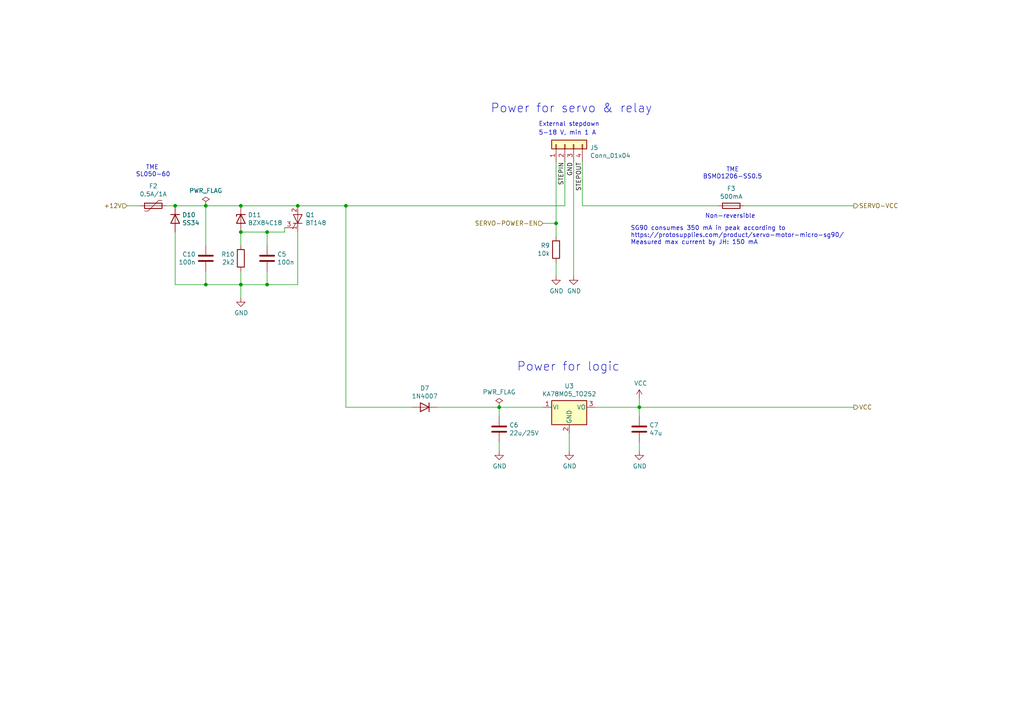
<source format=kicad_sch>
(kicad_sch (version 20230121) (generator eeschema)
  (paper "A4")
  (title_block (title "hWexla - power") (company "Model Railroader Club Brno I – KMŽ Brno I – https://kmz-brno.cz/") (comment 1 "Jan Horáček") (comment 2 "https://github.com/kmzbrnoI/hwexla") (comment 3 "https://creativecommons.org/licenses/by-sa/4.0/") (comment 4 "Released under the Creative Commons Attribution-ShareAlike 4.0 License"))
  (lib_symbols
    (symbol "Connector_Generic:Conn_01x04" (pin_names (offset 1.016) hide)
      (property "Reference" "J" (at 0 5.08 0))
      (property "Value" "Conn_01x04" (at 0 -7.62 0))
      (symbol "Conn_01x04_1_1"
        (rectangle (start -1.27 -4.953) (end 0 -5.207) (stroke (width 0.1524)))
        (rectangle (start -1.27 -2.413) (end 0 -2.667) (stroke (width 0.1524)))
        (rectangle (start -1.27 0.127) (end 0 -0.127) (stroke (width 0.1524)))
        (rectangle (start -1.27 2.667) (end 0 2.413) (stroke (width 0.1524)))
        (rectangle (start -1.27 3.81) (end 1.27 -6.35) (stroke (width 0.254)) (fill (type background)))
        (pin passive line (at -5.08 2.54 0) (length 3.81) (name "Pin_1") (number "1"))
        (pin passive line (at -5.08 0 0) (length 3.81) (name "Pin_2") (number "2"))
        (pin passive line (at -5.08 -2.54 0) (length 3.81) (name "Pin_3") (number "3"))
        (pin passive line (at -5.08 -5.08 0) (length 3.81) (name "Pin_4") (number "4"))
      )
    )
    (symbol "Device:C" (pin_numbers hide) (pin_names (offset 0.254))
      (property "Reference" "C" (at 0.635 2.54 0))
      (property "Value" "C" (at 0.635 -2.54 0))
      (symbol "C_0_1"
        (polyline (pts (xy -2.032 -0.762) (xy 2.032 -0.762)) (stroke (width 0.508)))
        (polyline (pts (xy -2.032 0.762) (xy 2.032 0.762)) (stroke (width 0.508)))
      )
      (symbol "C_1_1"
        (pin passive line (at 0 3.81 270) (length 2.794) (name "~") (number "1"))
        (pin passive line (at 0 -3.81 90) (length 2.794) (name "~") (number "2"))
      )
    )
    (symbol "Device:D" (pin_numbers hide) (pin_names (offset 1.016) hide)
      (property "Reference" "D" (at 0 2.54 0))
      (property "Value" "D" (at 0 -2.54 0))
      (symbol "D_0_1"
        (polyline (pts (xy -1.27 1.27) (xy -1.27 -1.27)) (stroke (width 0.254)))
        (polyline (pts (xy 1.27 0) (xy -1.27 0)))
        (polyline (pts (xy 1.27 1.27) (xy 1.27 -1.27) (xy -1.27 0) (xy 1.27 1.27)) (stroke (width 0.254)))
      )
      (symbol "D_1_1"
        (pin passive line (at -3.81 0 0) (length 2.54) (name "K") (number "1"))
        (pin passive line (at 3.81 0 180) (length 2.54) (name "A") (number "2"))
      )
    )
    (symbol "Device:Fuse" (pin_numbers hide) (pin_names (offset 0))
      (property "Reference" "F" (at 2.032 0 90))
      (property "Value" "Fuse" (at -1.905 0 90))
      (symbol "Fuse_0_1"
        (rectangle (start -0.762 -2.54) (end 0.762 2.54) (stroke (width 0.254)))
        (polyline (pts (xy 0 2.54) (xy 0 -2.54)))
      )
      (symbol "Fuse_1_1"
        (pin passive line (at 0 3.81 270) (length 1.27) (name "~") (number "1"))
        (pin passive line (at 0 -3.81 90) (length 1.27) (name "~") (number "2"))
      )
    )
    (symbol "Device:Polyfuse" (pin_numbers hide) (pin_names (offset 0))
      (property "Reference" "F" (at -2.54 0 90))
      (property "Value" "Polyfuse" (at 2.54 0 90))
      (symbol "Polyfuse_0_1"
        (rectangle (start -0.762 2.54) (end 0.762 -2.54) (stroke (width 0.254)))
        (polyline (pts (xy 0 2.54) (xy 0 -2.54)))
        (polyline (pts (xy -1.524 2.54) (xy -1.524 1.524) (xy 1.524 -1.524) (xy 1.524 -2.54)))
      )
      (symbol "Polyfuse_1_1"
        (pin passive line (at 0 3.81 270) (length 1.27) (name "~") (number "1"))
        (pin passive line (at 0 -3.81 90) (length 1.27) (name "~") (number "2"))
      )
    )
    (symbol "Device:Q_SCR_KAG" (pin_names (offset 0) hide)
      (property "Reference" "D" (at 1.905 0.635 0))
      (property "Value" "Q_SCR_KAG" (at 1.905 -1.27 0))
      (symbol "Q_SCR_KAG_0_1"
        (polyline (pts (xy -1.27 -2.54) (xy -0.635 -1.27)))
        (polyline (pts (xy -1.27 -1.27) (xy 1.27 -1.27)) (stroke (width 0.2032)))
        (polyline (pts (xy 0 -2.54) (xy 0 2.54)))
        (polyline (pts (xy -1.27 1.27) (xy 1.27 1.27) (xy 0 -1.27) (xy -1.27 1.27)) (stroke (width 0.2032)))
      )
      (symbol "Q_SCR_KAG_1_1"
        (pin passive line (at 0 -3.81 90) (length 2.54) (name "K") (number "1"))
        (pin passive line (at 0 3.81 270) (length 2.54) (name "A") (number "2"))
        (pin input line (at -3.81 -2.54 0) (length 2.54) (name "G") (number "3"))
      )
    )
    (symbol "Device:R" (pin_numbers hide) (pin_names (offset 0))
      (property "Reference" "R" (at 2.032 0 90))
      (property "Value" "R" (at 0 0 90))
      (symbol "R_0_1"
        (rectangle (start -1.016 -2.54) (end 1.016 2.54) (stroke (width 0.254)))
      )
      (symbol "R_1_1"
        (pin passive line (at 0 3.81 270) (length 1.27) (name "~") (number "1"))
        (pin passive line (at 0 -3.81 90) (length 1.27) (name "~") (number "2"))
      )
    )
    (symbol "Diode:1N4007" (pin_numbers hide) (pin_names hide)
      (property "Reference" "D" (at 0 2.54 0))
      (property "Value" "1N4007" (at 0 -2.54 0))
      (symbol "1N4007_0_1"
        (polyline (pts (xy -1.27 1.27) (xy -1.27 -1.27)) (stroke (width 0.254)))
        (polyline (pts (xy 1.27 0) (xy -1.27 0)))
        (polyline (pts (xy 1.27 1.27) (xy 1.27 -1.27) (xy -1.27 0) (xy 1.27 1.27)) (stroke (width 0.254)))
      )
      (symbol "1N4007_1_1"
        (pin passive line (at -3.81 0 0) (length 2.54) (name "K") (number "1"))
        (pin passive line (at 3.81 0 180) (length 2.54) (name "A") (number "2"))
      )
    )
    (symbol "Diode:BZX84Cxx" (pin_numbers hide) (pin_names hide)
      (property "Reference" "D" (at 0 3.81 0))
      (property "Value" "BZX84Cxx" (at 0 -3.81 0))
      (symbol "BZX84Cxx_0_1"
        (polyline (pts (xy 1.27 0) (xy -1.27 0)))
        (polyline (pts (xy -1.27 -1.27) (xy -1.27 1.27) (xy -0.762 1.27)) (stroke (width 0.254)))
        (polyline (pts (xy 1.27 -1.27) (xy 1.27 1.27) (xy -1.27 0) (xy 1.27 -1.27)) (stroke (width 0.254)))
      )
      (symbol "BZX84Cxx_1_1"
        (pin passive line (at 3.81 0 180) (length 2.54) (name "A") (number "1"))
        (pin no_connect line (at 1.27 0 180) (length 2.54) hide (name "NC") (number "2"))
        (pin passive line (at -3.81 0 0) (length 2.54) (name "K") (number "3"))
      )
    )
    (symbol "Regulator_Linear:KA78M05_TO252" (pin_names (offset 0.254))
      (property "Reference" "U" (at -3.81 3.175 0))
      (property "Value" "KA78M05_TO252" (at 0 3.175 0))
      (symbol "KA78M05_TO252_0_1"
        (rectangle (start -5.08 1.905) (end 5.08 -5.08) (stroke (width 0.254)) (fill (type background)))
      )
      (symbol "KA78M05_TO252_1_1"
        (pin power_in line (at -7.62 0 0) (length 2.54) (name "VI") (number "1"))
        (pin power_in line (at 0 -7.62 90) (length 2.54) (name "GND") (number "2"))
        (pin power_out line (at 7.62 0 180) (length 2.54) (name "VO") (number "3"))
      )
    )
    (symbol "power:GND" (power) (pin_names (offset 0))
      (property "Value" "GND" (at 0 -3.81 0))
      (symbol "GND_0_1"
        (polyline (pts (xy 0 0) (xy 0 -1.27) (xy 1.27 -1.27) (xy 0 -2.54) (xy -1.27 -1.27) (xy 0 -1.27)))
      )
      (symbol "GND_1_1"
        (pin power_in line (at 0 0 270) (length 0) hide (name "GND") (number "1"))
      )
    )
    (symbol "power:PWR_FLAG" (power) (pin_numbers hide) (pin_names (offset 0) hide)
      (property "Value" "PWR_FLAG" (at 0 3.81 0))
      (symbol "PWR_FLAG_0_0"
        (pin power_out line (at 0 0 90) (length 0) (name "pwr") (number "1"))
      )
      (symbol "PWR_FLAG_0_1"
        (polyline (pts (xy 0 0) (xy 0 1.27) (xy -1.016 1.905) (xy 0 2.54) (xy 1.016 1.905) (xy 0 1.27)))
      )
    )
    (symbol "power:VCC" (power) (pin_names (offset 0))
      (property "Value" "VCC" (at 0 3.81 0))
      (symbol "VCC_0_1"
        (polyline (pts (xy -0.762 1.27) (xy 0 2.54)))
        (polyline (pts (xy 0 0) (xy 0 2.54)))
        (polyline (pts (xy 0 2.54) (xy 0.762 1.27)))
      )
      (symbol "VCC_1_1"
        (pin power_in line (at 0 0 90) (length 0) hide (name "VCC") (number "1"))
      )
    )
  )
  (junction (at 144.78 118.11))
  (junction (at 59.69 82.55))
  (junction (at 69.85 59.69))
  (junction (at 100.33 59.69))
  (junction (at 69.85 67.31))
  (junction (at 161.29 64.77))
  (junction (at 69.85 82.55))
  (junction (at 185.42 118.11))
  (junction (at 77.47 67.31))
  (junction (at 77.47 82.55))
  (junction (at 86.36 59.69))
  (junction (at 59.69 59.69))
  (junction (at 50.8 59.69))
  (wire (pts (xy 163.83 59.69) (xy 100.33 59.69)))
  (wire (pts (xy 40.64 59.69) (xy 36.83 59.69)))
  (wire (pts (xy 215.9 59.69) (xy 247.65 59.69)))
  (wire (pts (xy 48.26 59.69) (xy 50.8 59.69)))
  (wire (pts (xy 69.85 82.55) (xy 77.47 82.55)))
  (wire (pts (xy 185.42 130.81) (xy 185.42 128.27)))
  (wire (pts (xy 163.83 46.99) (xy 163.83 59.69)))
  (wire (pts (xy 59.69 59.69) (xy 69.85 59.69)))
  (wire (pts (xy 86.36 67.31) (xy 86.36 82.55)))
  (wire (pts (xy 185.42 120.65) (xy 185.42 118.11)))
  (wire (pts (xy 144.78 118.11) (xy 144.78 120.65)))
  (wire (pts (xy 77.47 71.12) (xy 77.47 67.31)))
  (wire (pts (xy 166.37 46.99) (xy 166.37 80.01)))
  (wire (pts (xy 161.29 80.01) (xy 161.29 76.2)))
  (wire (pts (xy 50.8 82.55) (xy 50.8 67.31)))
  (wire (pts (xy 50.8 82.55) (xy 59.69 82.55)))
  (wire (pts (xy 86.36 59.69) (xy 100.33 59.69)))
  (wire (pts (xy 69.85 67.31) (xy 77.47 67.31)))
  (wire (pts (xy 69.85 78.74) (xy 69.85 82.55)))
  (wire (pts (xy 69.85 86.36) (xy 69.85 82.55)))
  (wire (pts (xy 69.85 71.12) (xy 69.85 67.31)))
  (wire (pts (xy 165.1 130.81) (xy 165.1 125.73)))
  (wire (pts (xy 59.69 78.74) (xy 59.69 82.55)))
  (wire (pts (xy 161.29 64.77) (xy 161.29 68.58)))
  (wire (pts (xy 100.33 59.69) (xy 100.33 118.11)))
  (wire (pts (xy 185.42 118.11) (xy 247.65 118.11)))
  (wire (pts (xy 59.69 82.55) (xy 69.85 82.55)))
  (wire (pts (xy 69.85 59.69) (xy 86.36 59.69)))
  (wire (pts (xy 77.47 82.55) (xy 86.36 82.55)))
  (wire (pts (xy 168.91 46.99) (xy 168.91 59.69)))
  (wire (pts (xy 77.47 78.74) (xy 77.47 82.55)))
  (wire (pts (xy 157.48 64.77) (xy 161.29 64.77)))
  (wire (pts (xy 82.55 67.31) (xy 82.55 66.04)))
  (wire (pts (xy 100.33 118.11) (xy 119.38 118.11)))
  (wire (pts (xy 172.72 118.11) (xy 185.42 118.11)))
  (wire (pts (xy 77.47 67.31) (xy 82.55 67.31)))
  (wire (pts (xy 168.91 59.69) (xy 208.28 59.69)))
  (wire (pts (xy 185.42 118.11) (xy 185.42 115.57)))
  (wire (pts (xy 50.8 59.69) (xy 59.69 59.69)))
  (wire (pts (xy 161.29 46.99) (xy 161.29 64.77)))
  (wire (pts (xy 59.69 71.12) (xy 59.69 59.69)))
  (wire (pts (xy 127 118.11) (xy 144.78 118.11)))
  (wire (pts (xy 157.48 118.11) (xy 144.78 118.11)))
  (wire (pts (xy 144.78 128.27) (xy 144.78 130.81)))
  (text "   TME\nSL050-60" (at 39.37 51.435 0) (effects (font (size 1.27 1.27)) (justify left bottom)))
  (text "Power for servo & relay" (at 142.24 33.02 0) (effects (font (size 2.54 2.54)) (justify left bottom)))
  (text "SG90 consumes 350 mA in peak according to\nhttps://protosupplies.com/product/servo-motor-micro-sg90/\nMeasured max current by JH: 150 mA" (at 182.88 71.12 0) (effects (font (size 1.27 1.27)) (justify left bottom)))
  (text "External stepdown" (at 156.21 36.83 0) (effects (font (size 1.27 1.27)) (justify left bottom)))
  (text "Non-reversible" (at 204.47 63.5 0) (effects (font (size 1.27 1.27)) (justify left bottom)))
  (text "Power for logic" (at 149.86 107.95 0) (effects (font (size 2.54 2.54)) (justify left bottom)))
  (text "5-18 V, min 1 A" (at 156.21 39.37 0) (effects (font (size 1.27 1.27)) (justify left bottom)))
  (text "       TME\nBSMD1206-SS0.5" (at 203.835 52.07 0) (effects (font (size 1.27 1.27)) (justify left bottom)))
  (label "GND" (at 166.37 46.99 270))
  (label "STEPIN" (at 163.83 46.99 270))
  (label "STEPOUT" (at 168.91 46.99 270))
  (hierarchical_label "+12V" (shape input) (at 36.83 59.69 180))
  (hierarchical_label "SERVO-VCC" (shape output) (at 247.65 59.69 0))
  (hierarchical_label "VCC" (shape output) (at 247.65 118.11 0))
  (hierarchical_label "SERVO-POWER-EN" (shape input) (at 157.48 64.77 180))
  (symbol (lib_id "Device:R") (at 161.29 72.39 0) (mirror y) (unit 1)
    (property "Reference" "R9" (at 159.512 71.2216 0) (effects (justify left)))
    (property "Value" "10k" (at 159.512 73.533 0) (effects (justify left)))
    (property "Footprint" "Resistor_SMD:R_0805_2012Metric_Pad1.20x1.40mm_HandSolder" (effects hide))
    (property "LCSC" "C17414" (effects hide))
  )
  (symbol (lib_id "Device:Fuse") (at 212.09 59.69 270) (unit 1)
    (property "Reference" "F3" (at 212.09 54.6862 90))
    (property "Value" "500mA" (at 212.09 56.9976 90))
    (property "Footprint" "Fuse:Fuse_1206_3216Metric_Pad1.42x1.75mm_HandSolder" (effects hide))
    (property "LCSC" "C3161978" (effects hide))
  )
  (symbol (lib_id "power:GND") (at 161.29 80.01 0) (unit 1)
    (property "Reference" "#PWR0127" (effects hide))
    (property "Value" "GND" (at 161.417 84.4042 0))
  )
  (symbol (lib_id "Device:C") (at 144.78 124.46 0) (unit 1)
    (property "Reference" "C6" (at 147.701 123.2916 0) (effects (justify left)))
    (property "Value" "22u/25V" (at 147.701 125.603 0) (effects (justify left)))
    (property "Footprint" "Capacitor_SMD:C_0805_2012Metric" (effects hide))
    (property "LCSC" "C45783" (effects hide))
  )
  (symbol (lib_id "Device:C") (at 185.42 124.46 0) (unit 1)
    (property "Reference" "C7" (at 188.341 123.2916 0) (effects (justify left)))
    (property "Value" "47u" (at 188.341 125.603 0) (effects (justify left)))
    (property "Footprint" "Capacitor_SMD:C_0805_2012Metric" (effects hide))
    (property "LCSC" " C16780" (effects hide))
  )
  (symbol (lib_id "Device:Q_SCR_KAG") (at 86.36 63.5 0) (unit 1)
    (property "Reference" "Q1" (at 88.5952 62.3316 0) (effects (justify left)))
    (property "Value" "BT148" (at 88.5952 64.643 0) (effects (justify left)))
    (property "Footprint" "Package_TO_SOT_SMD:SOT-223" (effects hide))
    (property "LCSC" "C256433" (effects hide))
  )
  (symbol (lib_id "Device:R") (at 69.85 74.93 0) (mirror x) (unit 1)
    (property "Reference" "R10" (at 68.072 73.7616 0) (effects (justify right)))
    (property "Value" "2k2" (at 68.072 76.073 0) (effects (justify right)))
    (property "Footprint" "Resistor_SMD:R_0805_2012Metric_Pad1.20x1.40mm_HandSolder" (effects hide))
    (property "LCSC" "C17520" (effects hide))
  )
  (symbol (lib_id "Device:C") (at 77.47 74.93 0) (unit 1)
    (property "Reference" "C5" (at 80.391 73.7616 0) (effects (justify left)))
    (property "Value" "100n" (at 80.391 76.073 0) (effects (justify left)))
    (property "Footprint" "Capacitor_SMD:C_0805_2012Metric_Pad1.18x1.45mm_HandSolder" (effects hide))
    (property "LCSC" "C49678" (effects hide))
  )
  (symbol (lib_id "Diode:BZX84Cxx") (at 69.85 63.5 90) (mirror x) (unit 1)
    (property "Reference" "D11" (at 71.882 62.3316 90) (effects (justify right)))
    (property "Value" "BZX84C18" (at 71.882 64.643 90) (effects (justify right)))
    (property "Footprint" "Package_TO_SOT_SMD:SOT-23" (effects hide))
    (property "Datasheet" "https://diotec.com/tl_files/diotec/files/pdf/datasheets/bzx84c2v4.pdf" (effects hide))
    (property "LCSC" "C841166" (effects hide))
    (property "JLCPCB_CORRECTION" "0;0;180" (effects hide))
  )
  (symbol (lib_id "power:VCC") (at 185.42 115.57 0) (unit 1)
    (property "Reference" "#PWR016" (effects hide))
    (property "Value" "VCC" (at 185.801 111.1758 0))
  )
  (symbol (lib_id "Connector_Generic:Conn_01x04") (at 163.83 41.91 90) (unit 1)
    (property "Reference" "J5" (at 171.1452 42.8244 90) (effects (justify right)))
    (property "Value" "Conn_01x04" (at 171.1452 45.1358 90) (effects (justify right)))
    (property "Footprint" "Connector_PinHeader_2.54mm:PinHeader_1x04_P2.54mm_Vertical" (effects hide))
    (property "JLCPCB_IGNORE" "true" (effects hide))
  )
  (symbol (lib_id "power:GND") (at 185.42 130.81 0) (unit 1)
    (property "Reference" "#PWR0129" (effects hide))
    (property "Value" "GND" (at 185.547 135.2042 0))
  )
  (symbol (lib_id "power:GND") (at 165.1 130.81 0) (unit 1)
    (property "Reference" "#PWR0130" (effects hide))
    (property "Value" "GND" (at 165.227 135.2042 0))
  )
  (symbol (lib_id "power:GND") (at 144.78 130.81 0) (unit 1)
    (property "Reference" "#PWR0128" (effects hide))
    (property "Value" "GND" (at 144.907 135.2042 0))
  )
  (symbol (lib_id "power:GND") (at 166.37 80.01 0) (unit 1)
    (property "Reference" "#PWR0132" (effects hide))
    (property "Value" "GND" (at 166.497 84.4042 0))
  )
  (symbol (lib_id "Device:D") (at 50.8 63.5 270) (unit 1)
    (property "Reference" "D10" (at 52.832 62.3316 90) (effects (justify left)))
    (property "Value" "SS34" (at 52.832 64.643 90) (effects (justify left)))
    (property "Footprint" "Diode_SMD:D_SMA_Handsoldering" (effects hide))
    (property "LCSC" "C8678" (effects hide))
  )
  (symbol (lib_id "Device:Polyfuse") (at 44.45 59.69 270) (unit 1)
    (property "Reference" "F2" (at 44.45 53.975 90))
    (property "Value" "0.5A/1A" (at 44.45 56.2864 90))
    (property "Footprint" "Fuse:Fuse_2920_7451Metric" (effects hide))
    (property "LCSC" "C2760297" (effects hide))
  )
  (symbol (lib_id "power:GND") (at 69.85 86.36 0) (unit 1)
    (property "Reference" "#PWR0131" (effects hide))
    (property "Value" "GND" (at 69.977 90.7542 0))
  )
  (symbol (lib_id "Regulator_Linear:KA78M05_TO252") (at 165.1 118.11 0) (unit 1)
    (property "Reference" "U3" (at 165.1 111.9632 0))
    (property "Value" "KA78M05_TO252" (at 165.1 114.2746 0))
    (property "Footprint" "Package_TO_SOT_SMD:TO-252-2" (effects hide))
    (property "Datasheet" "https://www.onsemi.com/pub/Collateral/MC78M00-D.PDF" (effects hide))
    (property "LCSC" "C58069" (effects hide))
  )
  (symbol (lib_id "Device:C") (at 59.69 74.93 0) (mirror y) (unit 1)
    (property "Reference" "C10" (at 56.769 73.7616 0) (effects (justify left)))
    (property "Value" "100n" (at 56.769 76.073 0) (effects (justify left)))
    (property "Footprint" "Capacitor_SMD:C_0805_2012Metric_Pad1.18x1.45mm_HandSolder" (effects hide))
    (property "LCSC" "C49678" (effects hide))
  )
  (symbol (lib_id "Diode:1N4007") (at 123.19 118.11 180) (unit 1)
    (property "Reference" "D7" (at 123.19 112.5982 0))
    (property "Value" "1N4007" (at 123.19 114.9096 0))
    (property "Footprint" "Diode_SMD:D_SOD-123" (effects hide))
    (property "Datasheet" "http://www.vishay.com/docs/88503/1n4001.pdf" (effects hide))
    (property "LCSC" "C64898" (effects hide))
  )
  (symbol (lib_id "power:PWR_FLAG") (at 144.78 118.11 0) (unit 1)
    (property "Reference" "#FLG04" (effects hide))
    (property "Value" "PWR_FLAG" (at 144.78 113.7158 0))
  )
  (symbol (lib_id "power:PWR_FLAG") (at 59.69 59.69 0) (unit 1)
    (property "Reference" "#FLG03" (effects hide))
    (property "Value" "PWR_FLAG" (at 59.69 55.2958 0))
  )
)
</source>
